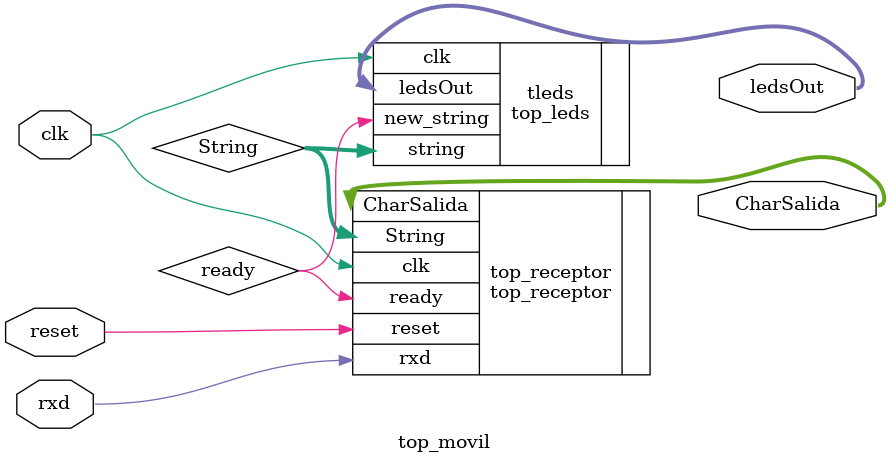
<source format=v>
module top_movil (clk, rxd, reset, ledsOut, CharSalida);

   input clk;
   input reset;
   input rxd;
   
   output [15:0] ledsOut;
   output [0:6] CharSalida;
   
   
   wire [0:76] String;
   wire  	 ready;

   top_receptor top_receptor (.ready(ready), .CharSalida(CharSalida), .clk(clk), .rxd(rxd), .reset(reset), .String(String));
   top_leds tleds(.clk(clk),.string(String),.new_string(ready),.ledsOut(ledsOut));


   
endmodule // top_receptor

</source>
